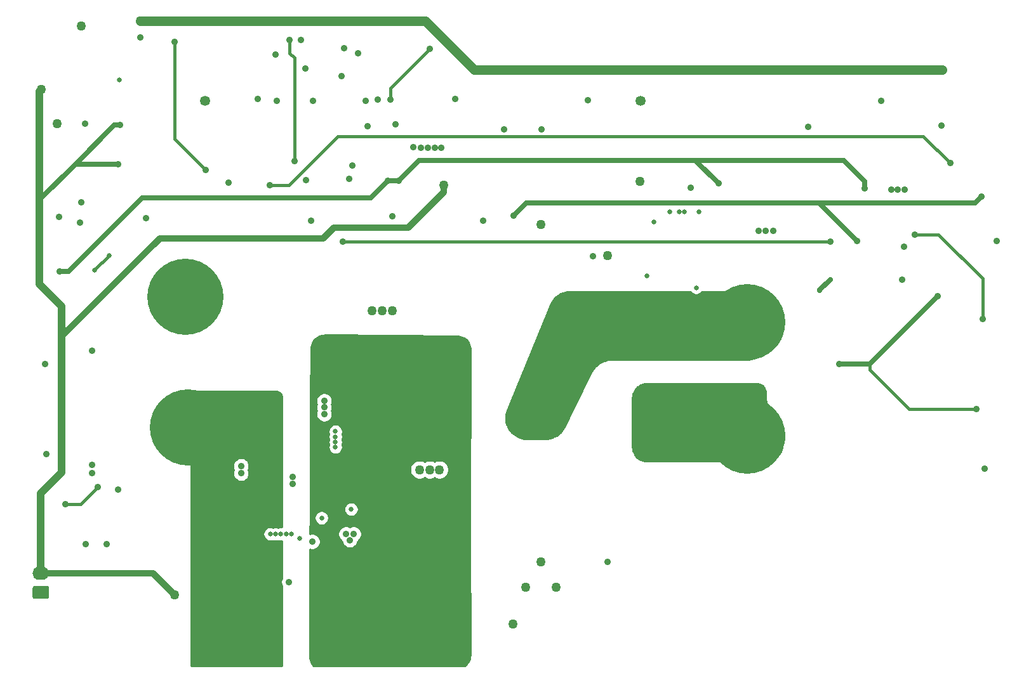
<source format=gbr>
G04 #@! TF.GenerationSoftware,KiCad,Pcbnew,(5.1.9)-1*
G04 #@! TF.CreationDate,2021-02-22T11:59:36-08:00*
G04 #@! TF.ProjectId,UnfolderBuffer,556e666f-6c64-4657-9242-75666665722e,rev?*
G04 #@! TF.SameCoordinates,Original*
G04 #@! TF.FileFunction,Copper,L4,Bot*
G04 #@! TF.FilePolarity,Positive*
%FSLAX46Y46*%
G04 Gerber Fmt 4.6, Leading zero omitted, Abs format (unit mm)*
G04 Created by KiCad (PCBNEW (5.1.9)-1) date 2021-02-22 11:59:36*
%MOMM*%
%LPD*%
G01*
G04 APERTURE LIST*
G04 #@! TA.AperFunction,ComponentPad*
%ADD10O,2.190000X1.740000*%
G04 #@! TD*
G04 #@! TA.AperFunction,ComponentPad*
%ADD11C,1.348000*%
G04 #@! TD*
G04 #@! TA.AperFunction,ComponentPad*
%ADD12C,10.160000*%
G04 #@! TD*
G04 #@! TA.AperFunction,ComponentPad*
%ADD13C,2.540000*%
G04 #@! TD*
G04 #@! TA.AperFunction,ViaPad*
%ADD14C,1.270000*%
G04 #@! TD*
G04 #@! TA.AperFunction,ViaPad*
%ADD15C,0.889000*%
G04 #@! TD*
G04 #@! TA.AperFunction,ViaPad*
%ADD16C,0.635000*%
G04 #@! TD*
G04 #@! TA.AperFunction,ViaPad*
%ADD17C,0.609600*%
G04 #@! TD*
G04 #@! TA.AperFunction,Conductor*
%ADD18C,0.990600*%
G04 #@! TD*
G04 #@! TA.AperFunction,Conductor*
%ADD19C,0.635000*%
G04 #@! TD*
G04 #@! TA.AperFunction,Conductor*
%ADD20C,0.863600*%
G04 #@! TD*
G04 #@! TA.AperFunction,Conductor*
%ADD21C,0.457200*%
G04 #@! TD*
G04 #@! TA.AperFunction,Conductor*
%ADD22C,1.270000*%
G04 #@! TD*
G04 #@! TA.AperFunction,Conductor*
%ADD23C,0.254000*%
G04 #@! TD*
G04 #@! TA.AperFunction,Conductor*
%ADD24C,0.100000*%
G04 #@! TD*
G04 APERTURE END LIST*
D10*
X3200000Y13040000D03*
G04 #@! TA.AperFunction,ComponentPad*
G36*
G01*
X4044442Y9630000D02*
X2355558Y9630000D01*
G75*
G02*
X2105000Y9880558I0J250558D01*
G01*
X2105000Y11119442D01*
G75*
G02*
X2355558Y11370000I250558J0D01*
G01*
X4044442Y11370000D01*
G75*
G02*
X4295000Y11119442I0J-250558D01*
G01*
X4295000Y9880558D01*
G75*
G02*
X4044442Y9630000I-250558J0D01*
G01*
G37*
G04 #@! TD.AperFunction*
D11*
X83180000Y76160000D03*
X25080000Y76160000D03*
D12*
X97450000Y46550000D03*
X97450000Y31450000D03*
X22500000Y50010000D03*
X22790000Y32570000D03*
D13*
X58700000Y3100000D03*
X54737600Y3100000D03*
X30481200Y3060000D03*
X26518800Y3060000D03*
D14*
X53000000Y19950000D03*
X53000000Y18650000D03*
X54400000Y18650000D03*
X43700000Y42100000D03*
X41100000Y42100000D03*
X42400000Y42100000D03*
X43700000Y43400000D03*
X41100000Y43400000D03*
X42400000Y43400000D03*
X55800000Y19950000D03*
X54400000Y19950000D03*
X55800000Y18650000D03*
X55050000Y26900000D03*
X53700000Y26900000D03*
X56350000Y26900000D03*
X47400000Y48150000D03*
X48750000Y48150000D03*
X50050000Y48150000D03*
D15*
X3750000Y41000000D03*
X10000000Y42800000D03*
D14*
X56960000Y64860000D03*
X21000000Y10200000D03*
D15*
X13500000Y67700000D03*
D14*
X3300000Y77700000D03*
D15*
X13800000Y72900000D03*
D16*
X36600000Y18300000D03*
X33800000Y18300000D03*
D15*
X52910000Y69920000D03*
X56600000Y69900000D03*
X55720000Y69910000D03*
X53880000Y69900000D03*
X54800000Y69900000D03*
X32130000Y76400000D03*
X38450000Y80450000D03*
X58469638Y76369638D03*
X70000000Y72300000D03*
X64950000Y72350000D03*
X76200000Y76200000D03*
X105500000Y72700000D03*
X115300000Y76100000D03*
X123300000Y72800000D03*
X116600000Y64300000D03*
X118400000Y64300000D03*
X117500000Y64300000D03*
X44900000Y18300000D03*
X44400000Y17500000D03*
X43900000Y18300000D03*
X10050000Y27550000D03*
X10050000Y26400000D03*
X9200000Y16950000D03*
X89900000Y64500000D03*
X98900000Y58800000D03*
X99900000Y58800000D03*
X100900000Y58800000D03*
D14*
X78819400Y55435414D03*
D16*
X85000000Y60000000D03*
D14*
X69929400Y14541420D03*
D15*
X8600000Y62600000D03*
X17200000Y60500000D03*
X8400000Y59900000D03*
X50100000Y60700000D03*
X62200000Y60100000D03*
X118320000Y56620000D03*
X130669000Y57431000D03*
X44300000Y65700000D03*
X118100000Y52300000D03*
D14*
X69859000Y59641000D03*
D16*
X87100000Y61350000D03*
X88332080Y61332080D03*
X89000000Y61300000D03*
X90948280Y61351720D03*
D15*
X37900000Y84300000D03*
X9100000Y73100000D03*
D14*
X5400000Y73100000D03*
D15*
X34700000Y76100000D03*
X5600000Y60600000D03*
D16*
X34500000Y18300000D03*
D15*
X39500000Y76100000D03*
X46530000Y76130000D03*
D14*
X8600000Y86100000D03*
D15*
X34500000Y82350000D03*
D16*
X35200000Y18300000D03*
X35900000Y18300000D03*
D15*
X39400000Y17300000D03*
X36300000Y11900000D03*
X28200000Y65200000D03*
X11950000Y16950000D03*
X3900000Y29000000D03*
X129100000Y27000000D03*
D16*
X13700000Y78900000D03*
D15*
X39250000Y60100000D03*
X13500000Y24250000D03*
X38580000Y65530000D03*
X46750000Y72750000D03*
X43330000Y79420000D03*
D14*
X66147800Y6247800D03*
D15*
X49500000Y65500000D03*
X5700000Y53400000D03*
X113090000Y64410000D03*
X93590000Y65090000D03*
X50900000Y65500000D03*
X112020000Y57450000D03*
X128670000Y63360000D03*
X66258823Y60841177D03*
D16*
X44600000Y21600000D03*
X40650000Y20450000D03*
D15*
X44750000Y67500000D03*
X45550000Y82450000D03*
X25160000Y66910000D03*
X21000000Y84050000D03*
D14*
X33200000Y36600000D03*
X33200000Y33700000D03*
X33200000Y35200000D03*
X34600000Y36600000D03*
X34600000Y35200000D03*
X34600000Y33700000D03*
X16500000Y86800000D03*
D15*
X64900000Y80300000D03*
X70500000Y80300000D03*
X76130000Y80270000D03*
X123400000Y80300000D03*
X114800000Y80300000D03*
X16500000Y84600000D03*
X78819400Y14541408D03*
X49800000Y76300000D03*
X55050000Y83100000D03*
X76800000Y55400000D03*
X50500000Y73000000D03*
D16*
X37700000Y17700000D03*
D15*
X48100000Y76300000D03*
X43650000Y83150000D03*
X6500000Y22300000D03*
X10800000Y24600000D03*
X108495000Y57300000D03*
X43500000Y57300000D03*
D14*
X71900000Y11200000D03*
X67900000Y11200000D03*
X83100000Y65400000D03*
D17*
X108484440Y52261840D03*
X107089980Y50852140D03*
D16*
X10392660Y53552660D03*
X12300000Y55500000D03*
D14*
X83300000Y35400000D03*
X83300000Y36800000D03*
D16*
X84000000Y52760920D03*
D14*
X83300000Y34000000D03*
X83300000Y32600000D03*
X84800000Y36800000D03*
X84800000Y35400000D03*
X84800000Y34000000D03*
X84800000Y32600000D03*
D16*
X90600000Y51200000D03*
D14*
X68200000Y33050000D03*
X69600000Y33050000D03*
X68200000Y36950000D03*
X68200000Y35650000D03*
X68200000Y34350000D03*
X69600000Y34350000D03*
X69600000Y36950000D03*
X69600000Y35650000D03*
D15*
X122850000Y50030000D03*
X109700000Y40960000D03*
X128000000Y35000000D03*
X36800000Y25900000D03*
D16*
X42500000Y31300000D03*
X42500000Y30600000D03*
X42500000Y29900000D03*
X42500000Y32000000D03*
D15*
X41000000Y36100000D03*
X41000000Y35200000D03*
X41000000Y34300000D03*
X36800000Y25000000D03*
X29900000Y27400000D03*
X29900000Y26400000D03*
X37000000Y68050000D03*
X36400000Y84300000D03*
X124500000Y67800000D03*
X33770000Y64870000D03*
X119800000Y58300000D03*
X128800000Y47000000D03*
D18*
X3000000Y77400000D02*
X3300000Y77700000D01*
D19*
X7800000Y67700000D02*
X3000000Y62900000D01*
X13500000Y67700000D02*
X7800000Y67700000D01*
D18*
X3000000Y62900000D02*
X3000000Y77400000D01*
X3000000Y13240000D02*
X3200000Y13040000D01*
D20*
X18160000Y13040000D02*
X19100000Y12100000D01*
X3200000Y13040000D02*
X18160000Y13040000D01*
X19100000Y12100000D02*
X21000000Y10200000D01*
D18*
X3200000Y23700000D02*
X3200000Y13040000D01*
X6000000Y26500000D02*
X3200000Y23700000D01*
X6000000Y44700000D02*
X6000000Y26500000D01*
X3000000Y53400000D02*
X3000000Y53900000D01*
X3000000Y62900000D02*
X3000000Y53900000D01*
X6000000Y44700000D02*
X6000000Y48700000D01*
X3000000Y51700000D02*
X3000000Y53900000D01*
X6000000Y48700000D02*
X3000000Y51700000D01*
D19*
X13000000Y72900000D02*
X13800000Y72900000D01*
X7800000Y67700000D02*
X13000000Y72900000D01*
D20*
X56960000Y63960000D02*
X56960000Y64860000D01*
X52200000Y59200000D02*
X56960000Y63960000D01*
X42250000Y59200000D02*
X52200000Y59200000D01*
X40850000Y57800000D02*
X42250000Y59200000D01*
X19100000Y57800000D02*
X40850000Y57800000D01*
X6000000Y44700000D02*
X19100000Y57800000D01*
D19*
X113090000Y64410000D02*
X113090000Y65410000D01*
X113090000Y65410000D02*
X111580000Y66920000D01*
X6940000Y53400000D02*
X15005201Y61465201D01*
X5700000Y53400000D02*
X6940000Y53400000D01*
X49500000Y65500000D02*
X50900000Y65500000D01*
X15005201Y61465201D02*
X15005201Y61505201D01*
X16700000Y63200000D02*
X47200000Y63200000D01*
X15005201Y61505201D02*
X16700000Y63200000D01*
X47200000Y63200000D02*
X49500000Y65500000D01*
X110300000Y68200000D02*
X110400000Y68100000D01*
X50900000Y65500000D02*
X53600000Y68200000D01*
X110400000Y68100000D02*
X111580000Y66920000D01*
X93590000Y65090000D02*
X90480000Y68200000D01*
X90250000Y68200000D02*
X110300000Y68200000D01*
X90480000Y68200000D02*
X90250000Y68200000D01*
X53600000Y68200000D02*
X90250000Y68200000D01*
X107985000Y61485000D02*
X112020000Y57450000D01*
X106970000Y62500000D02*
X107985000Y61485000D01*
X127810000Y62500000D02*
X127905000Y62595000D01*
X106970000Y62500000D02*
X127810000Y62500000D01*
X128670000Y63360000D02*
X127905000Y62595000D01*
X103000000Y62500000D02*
X106970000Y62500000D01*
X102986481Y62486481D02*
X103000000Y62500000D01*
X67986481Y62486481D02*
X102986481Y62486481D01*
X66258823Y60841177D02*
X67986481Y62486481D01*
D21*
X25160000Y66910000D02*
X21000000Y71070000D01*
X21000000Y71070000D02*
X21000000Y78950000D01*
X21000000Y78950000D02*
X21000000Y84050000D01*
D22*
X16500000Y86800000D02*
X21800000Y86800000D01*
X21800000Y86800000D02*
X38400000Y86800000D01*
X38400000Y86800000D02*
X54500000Y86800000D01*
X54500000Y86800000D02*
X61000000Y80300000D01*
X70500000Y80300000D02*
X123400000Y80300000D01*
X61000000Y80300000D02*
X70500000Y80300000D01*
D21*
X49800000Y76300000D02*
X49800000Y77850000D01*
X49800000Y77850000D02*
X55050000Y83100000D01*
X6500000Y22300000D02*
X8500000Y22300000D01*
X8500000Y22300000D02*
X9500000Y23300000D01*
X9500000Y23300000D02*
X10800000Y24600000D01*
X47700000Y57300000D02*
X108495000Y57300000D01*
X43500000Y57300000D02*
X47700000Y57300000D01*
D18*
X67900000Y11200000D02*
X67900000Y11200000D01*
D19*
X107089980Y50867380D02*
X108484440Y52261840D01*
X107089980Y50852140D02*
X107089980Y50867380D01*
D21*
X10392660Y53592660D02*
X12300000Y55500000D01*
D19*
X122850000Y50000000D02*
X122850000Y50030000D01*
X113780000Y40960000D02*
X122850000Y50030000D01*
X109700000Y40960000D02*
X113780000Y40960000D01*
D21*
X113780000Y40960000D02*
X113780000Y40220000D01*
X119000000Y35000000D02*
X128000000Y35000000D01*
X113780000Y40220000D02*
X119000000Y35000000D01*
X37000000Y68050000D02*
X37000000Y81900000D01*
X37000000Y81900000D02*
X36400000Y82500000D01*
X36400000Y84300000D02*
X36400000Y82500000D01*
X120900000Y71400000D02*
X124500000Y67800000D01*
X36270000Y64870000D02*
X42800000Y71400000D01*
X33770000Y64870000D02*
X36270000Y64870000D01*
X42800000Y71400000D02*
X120900000Y71400000D01*
X128800000Y52400000D02*
X128800000Y47000000D01*
X122900000Y58300000D02*
X128800000Y52400000D01*
X119800000Y58300000D02*
X122900000Y58300000D01*
D23*
X34670189Y37355624D02*
X34833850Y37305978D01*
X34984672Y37225362D01*
X35116870Y37116870D01*
X35225362Y36984672D01*
X35305978Y36833850D01*
X35355624Y36670189D01*
X35373000Y36493766D01*
X35373000Y19236749D01*
X35293813Y19252500D01*
X35106187Y19252500D01*
X34922166Y19215896D01*
X34850000Y19186004D01*
X34777834Y19215896D01*
X34593813Y19252500D01*
X34406187Y19252500D01*
X34222166Y19215896D01*
X34150000Y19186004D01*
X34077834Y19215896D01*
X33893813Y19252500D01*
X33706187Y19252500D01*
X33522166Y19215896D01*
X33348822Y19144095D01*
X33192816Y19039855D01*
X33060145Y18907184D01*
X32955905Y18751178D01*
X32884104Y18577834D01*
X32847500Y18393813D01*
X32847500Y18206187D01*
X32884104Y18022166D01*
X32955905Y17848822D01*
X33060145Y17692816D01*
X33192816Y17560145D01*
X33348822Y17455905D01*
X33522166Y17384104D01*
X33706187Y17347500D01*
X33893813Y17347500D01*
X34077834Y17384104D01*
X34150000Y17413996D01*
X34222166Y17384104D01*
X34406187Y17347500D01*
X34593813Y17347500D01*
X34777834Y17384104D01*
X34850000Y17413996D01*
X34922166Y17384104D01*
X35106187Y17347500D01*
X35293813Y17347500D01*
X35373000Y17363251D01*
X35373000Y12455694D01*
X35343360Y12411335D01*
X35261985Y12214878D01*
X35220500Y12006321D01*
X35220500Y11793679D01*
X35261985Y11585122D01*
X35343360Y11388665D01*
X35373000Y11344306D01*
X35373000Y1006234D01*
X35355624Y829811D01*
X35319280Y710000D01*
X23280720Y710000D01*
X23244376Y829811D01*
X23227000Y1006234D01*
X23227000Y27506321D01*
X28820500Y27506321D01*
X28820500Y27293679D01*
X28861985Y27085122D01*
X28938665Y26900000D01*
X28861985Y26714878D01*
X28820500Y26506321D01*
X28820500Y26293679D01*
X28861985Y26085122D01*
X28943360Y25888665D01*
X29061498Y25711859D01*
X29211859Y25561498D01*
X29388665Y25443360D01*
X29585122Y25361985D01*
X29793679Y25320500D01*
X30006321Y25320500D01*
X30214878Y25361985D01*
X30411335Y25443360D01*
X30588141Y25561498D01*
X30738502Y25711859D01*
X30856640Y25888665D01*
X30938015Y26085122D01*
X30979500Y26293679D01*
X30979500Y26506321D01*
X30938015Y26714878D01*
X30861335Y26900000D01*
X30938015Y27085122D01*
X30979500Y27293679D01*
X30979500Y27506321D01*
X30938015Y27714878D01*
X30856640Y27911335D01*
X30738502Y28088141D01*
X30588141Y28238502D01*
X30411335Y28356640D01*
X30214878Y28438015D01*
X30006321Y28479500D01*
X29793679Y28479500D01*
X29585122Y28438015D01*
X29388665Y28356640D01*
X29211859Y28238502D01*
X29061498Y28088141D01*
X28943360Y27911335D01*
X28861985Y27714878D01*
X28820500Y27506321D01*
X23227000Y27506321D01*
X23227000Y36493766D01*
X23244376Y36670189D01*
X23294022Y36833850D01*
X23374638Y36984672D01*
X23483130Y37116870D01*
X23615328Y37225362D01*
X23766150Y37305978D01*
X23929811Y37355624D01*
X24106234Y37373000D01*
X34493766Y37373000D01*
X34670189Y37355624D01*
G04 #@! TA.AperFunction,Conductor*
D24*
G36*
X34670189Y37355624D02*
G01*
X34833850Y37305978D01*
X34984672Y37225362D01*
X35116870Y37116870D01*
X35225362Y36984672D01*
X35305978Y36833850D01*
X35355624Y36670189D01*
X35373000Y36493766D01*
X35373000Y19236749D01*
X35293813Y19252500D01*
X35106187Y19252500D01*
X34922166Y19215896D01*
X34850000Y19186004D01*
X34777834Y19215896D01*
X34593813Y19252500D01*
X34406187Y19252500D01*
X34222166Y19215896D01*
X34150000Y19186004D01*
X34077834Y19215896D01*
X33893813Y19252500D01*
X33706187Y19252500D01*
X33522166Y19215896D01*
X33348822Y19144095D01*
X33192816Y19039855D01*
X33060145Y18907184D01*
X32955905Y18751178D01*
X32884104Y18577834D01*
X32847500Y18393813D01*
X32847500Y18206187D01*
X32884104Y18022166D01*
X32955905Y17848822D01*
X33060145Y17692816D01*
X33192816Y17560145D01*
X33348822Y17455905D01*
X33522166Y17384104D01*
X33706187Y17347500D01*
X33893813Y17347500D01*
X34077834Y17384104D01*
X34150000Y17413996D01*
X34222166Y17384104D01*
X34406187Y17347500D01*
X34593813Y17347500D01*
X34777834Y17384104D01*
X34850000Y17413996D01*
X34922166Y17384104D01*
X35106187Y17347500D01*
X35293813Y17347500D01*
X35373000Y17363251D01*
X35373000Y12455694D01*
X35343360Y12411335D01*
X35261985Y12214878D01*
X35220500Y12006321D01*
X35220500Y11793679D01*
X35261985Y11585122D01*
X35343360Y11388665D01*
X35373000Y11344306D01*
X35373000Y1006234D01*
X35355624Y829811D01*
X35319280Y710000D01*
X23280720Y710000D01*
X23244376Y829811D01*
X23227000Y1006234D01*
X23227000Y27506321D01*
X28820500Y27506321D01*
X28820500Y27293679D01*
X28861985Y27085122D01*
X28938665Y26900000D01*
X28861985Y26714878D01*
X28820500Y26506321D01*
X28820500Y26293679D01*
X28861985Y26085122D01*
X28943360Y25888665D01*
X29061498Y25711859D01*
X29211859Y25561498D01*
X29388665Y25443360D01*
X29585122Y25361985D01*
X29793679Y25320500D01*
X30006321Y25320500D01*
X30214878Y25361985D01*
X30411335Y25443360D01*
X30588141Y25561498D01*
X30738502Y25711859D01*
X30856640Y25888665D01*
X30938015Y26085122D01*
X30979500Y26293679D01*
X30979500Y26506321D01*
X30938015Y26714878D01*
X30861335Y26900000D01*
X30938015Y27085122D01*
X30979500Y27293679D01*
X30979500Y27506321D01*
X30938015Y27714878D01*
X30856640Y27911335D01*
X30738502Y28088141D01*
X30588141Y28238502D01*
X30411335Y28356640D01*
X30214878Y28438015D01*
X30006321Y28479500D01*
X29793679Y28479500D01*
X29585122Y28438015D01*
X29388665Y28356640D01*
X29211859Y28238502D01*
X29061498Y28088141D01*
X28943360Y27911335D01*
X28861985Y27714878D01*
X28820500Y27506321D01*
X23227000Y27506321D01*
X23227000Y36493766D01*
X23244376Y36670189D01*
X23294022Y36833850D01*
X23374638Y36984672D01*
X23483130Y37116870D01*
X23615328Y37225362D01*
X23766150Y37305978D01*
X23929811Y37355624D01*
X24106234Y37373000D01*
X34493766Y37373000D01*
X34670189Y37355624D01*
G37*
G04 #@! TD.AperFunction*
D23*
X97962204Y51303032D02*
X98315921Y51236373D01*
X98662317Y51124784D01*
X99815699Y50671670D01*
X100153483Y50513224D01*
X100464707Y50314993D01*
X100747960Y50078500D01*
X101001344Y49804641D01*
X101389010Y49327514D01*
X101571392Y49076806D01*
X101724320Y48811034D01*
X101848049Y48530478D01*
X101942200Y48235110D01*
X102195169Y47265395D01*
X102261664Y46931412D01*
X102288318Y46595646D01*
X102275490Y46259079D01*
X102222778Y45922620D01*
X102030921Y45040081D01*
X101937866Y44708267D01*
X101807608Y44393293D01*
X101640961Y44095961D01*
X101438050Y43817410D01*
X100986348Y43268914D01*
X100741293Y43006287D01*
X100468704Y42778431D01*
X100170081Y42585969D01*
X99846432Y42430126D01*
X98042987Y41695390D01*
X97871741Y41644258D01*
X97693858Y41627000D01*
X79415890Y41627000D01*
X79408827Y41626803D01*
X79075668Y41608246D01*
X79061630Y41606678D01*
X78732592Y41551238D01*
X78718815Y41548120D01*
X78397970Y41456483D01*
X78384624Y41451854D01*
X78075940Y41325152D01*
X78063191Y41319070D01*
X77770487Y41158872D01*
X77758492Y41151412D01*
X77485388Y40959699D01*
X77474296Y40950952D01*
X77224173Y40730096D01*
X77214121Y40720173D01*
X76990071Y40472906D01*
X76981183Y40461926D01*
X76785979Y40191307D01*
X76778365Y40179409D01*
X76614422Y39888786D01*
X76611123Y39882538D01*
X73037613Y32632931D01*
X72878881Y32351546D01*
X72691959Y32092408D01*
X72477401Y31855617D01*
X72237891Y31644132D01*
X71976359Y31460542D01*
X71696068Y31307138D01*
X71400474Y31185809D01*
X71093231Y31098057D01*
X70778137Y31044966D01*
X70455584Y31027000D01*
X68003652Y31027000D01*
X67680623Y31045627D01*
X67365460Y31100637D01*
X67058732Y31191502D01*
X66764467Y31317029D01*
X66486582Y31475548D01*
X66228767Y31664954D01*
X65994428Y31882743D01*
X65786680Y32126024D01*
X65608274Y32391568D01*
X65461570Y32675869D01*
X65348519Y32975144D01*
X65270621Y33285422D01*
X65228903Y33602611D01*
X65223921Y33922493D01*
X65255740Y34240810D01*
X65323943Y34553380D01*
X65428805Y34859495D01*
X71154280Y48882502D01*
X71302686Y49192262D01*
X71484592Y49479140D01*
X71699103Y49742555D01*
X71943191Y49978793D01*
X72213473Y50184578D01*
X72506147Y50357016D01*
X72817134Y50493701D01*
X73142083Y50592723D01*
X73476438Y50652693D01*
X73819306Y50673000D01*
X89806568Y50673000D01*
X89860145Y50592816D01*
X89992816Y50460145D01*
X90148822Y50355905D01*
X90322166Y50284104D01*
X90506187Y50247500D01*
X90693813Y50247500D01*
X90877834Y50284104D01*
X91051178Y50355905D01*
X91207184Y50460145D01*
X91339855Y50592816D01*
X91393432Y50673000D01*
X94319142Y50673000D01*
X94327155Y50673253D01*
X94704980Y50697140D01*
X94720879Y50699158D01*
X95092688Y50770439D01*
X95100511Y50772197D01*
X96886335Y51233055D01*
X97243732Y51301740D01*
X97602922Y51324935D01*
X97962204Y51303032D01*
G04 #@! TA.AperFunction,Conductor*
D24*
G36*
X97962204Y51303032D02*
G01*
X98315921Y51236373D01*
X98662317Y51124784D01*
X99815699Y50671670D01*
X100153483Y50513224D01*
X100464707Y50314993D01*
X100747960Y50078500D01*
X101001344Y49804641D01*
X101389010Y49327514D01*
X101571392Y49076806D01*
X101724320Y48811034D01*
X101848049Y48530478D01*
X101942200Y48235110D01*
X102195169Y47265395D01*
X102261664Y46931412D01*
X102288318Y46595646D01*
X102275490Y46259079D01*
X102222778Y45922620D01*
X102030921Y45040081D01*
X101937866Y44708267D01*
X101807608Y44393293D01*
X101640961Y44095961D01*
X101438050Y43817410D01*
X100986348Y43268914D01*
X100741293Y43006287D01*
X100468704Y42778431D01*
X100170081Y42585969D01*
X99846432Y42430126D01*
X98042987Y41695390D01*
X97871741Y41644258D01*
X97693858Y41627000D01*
X79415890Y41627000D01*
X79408827Y41626803D01*
X79075668Y41608246D01*
X79061630Y41606678D01*
X78732592Y41551238D01*
X78718815Y41548120D01*
X78397970Y41456483D01*
X78384624Y41451854D01*
X78075940Y41325152D01*
X78063191Y41319070D01*
X77770487Y41158872D01*
X77758492Y41151412D01*
X77485388Y40959699D01*
X77474296Y40950952D01*
X77224173Y40730096D01*
X77214121Y40720173D01*
X76990071Y40472906D01*
X76981183Y40461926D01*
X76785979Y40191307D01*
X76778365Y40179409D01*
X76614422Y39888786D01*
X76611123Y39882538D01*
X73037613Y32632931D01*
X72878881Y32351546D01*
X72691959Y32092408D01*
X72477401Y31855617D01*
X72237891Y31644132D01*
X71976359Y31460542D01*
X71696068Y31307138D01*
X71400474Y31185809D01*
X71093231Y31098057D01*
X70778137Y31044966D01*
X70455584Y31027000D01*
X68003652Y31027000D01*
X67680623Y31045627D01*
X67365460Y31100637D01*
X67058732Y31191502D01*
X66764467Y31317029D01*
X66486582Y31475548D01*
X66228767Y31664954D01*
X65994428Y31882743D01*
X65786680Y32126024D01*
X65608274Y32391568D01*
X65461570Y32675869D01*
X65348519Y32975144D01*
X65270621Y33285422D01*
X65228903Y33602611D01*
X65223921Y33922493D01*
X65255740Y34240810D01*
X65323943Y34553380D01*
X65428805Y34859495D01*
X71154280Y48882502D01*
X71302686Y49192262D01*
X71484592Y49479140D01*
X71699103Y49742555D01*
X71943191Y49978793D01*
X72213473Y50184578D01*
X72506147Y50357016D01*
X72817134Y50493701D01*
X73142083Y50592723D01*
X73476438Y50652693D01*
X73819306Y50673000D01*
X89806568Y50673000D01*
X89860145Y50592816D01*
X89992816Y50460145D01*
X90148822Y50355905D01*
X90322166Y50284104D01*
X90506187Y50247500D01*
X90693813Y50247500D01*
X90877834Y50284104D01*
X91051178Y50355905D01*
X91207184Y50460145D01*
X91339855Y50592816D01*
X91393432Y50673000D01*
X94319142Y50673000D01*
X94327155Y50673253D01*
X94704980Y50697140D01*
X94720879Y50699158D01*
X95092688Y50770439D01*
X95100511Y50772197D01*
X96886335Y51233055D01*
X97243732Y51301740D01*
X97602922Y51324935D01*
X97962204Y51303032D01*
G37*
G04 #@! TD.AperFunction*
D23*
X98862287Y38353941D02*
X99068126Y38298787D01*
X99261260Y38208727D01*
X99435813Y38086504D01*
X99586504Y37935813D01*
X99708727Y37761260D01*
X99798787Y37568126D01*
X99853941Y37362287D01*
X99873000Y37144452D01*
X99873000Y36528539D01*
X99873310Y36519673D01*
X99892803Y36241117D01*
X99895272Y36223558D01*
X99953372Y35950433D01*
X99958264Y35933390D01*
X100053838Y35671018D01*
X100061055Y35654821D01*
X100192240Y35408319D01*
X100201642Y35393287D01*
X100365880Y35167457D01*
X100371345Y35160469D01*
X101676993Y33606127D01*
X101857145Y33352065D01*
X101991196Y33076725D01*
X102080063Y32778225D01*
X102290272Y31779736D01*
X102326116Y31525401D01*
X102327393Y31272853D01*
X102294116Y31018161D01*
X102069020Y29892679D01*
X101989269Y29609664D01*
X101868948Y29346767D01*
X101706877Y29101416D01*
X100935056Y28109076D01*
X100767660Y27920967D01*
X100580096Y27759330D01*
X100372845Y27623850D01*
X100145750Y27515083D01*
X98385693Y26811061D01*
X98114371Y26725422D01*
X97838005Y26681899D01*
X97558248Y26680033D01*
X97281328Y26719869D01*
X97008882Y26801884D01*
X94192193Y27885226D01*
X94184859Y27887792D01*
X93951591Y27961481D01*
X93936520Y27965246D01*
X93696002Y28009905D01*
X93680584Y28011801D01*
X93436412Y28026762D01*
X93428645Y28027000D01*
X84004530Y28027000D01*
X83733496Y28046385D01*
X83472407Y28103181D01*
X83222060Y28196556D01*
X82987555Y28324605D01*
X82773662Y28484724D01*
X82584724Y28673662D01*
X82424605Y28887555D01*
X82296556Y29122060D01*
X82203181Y29372407D01*
X82146385Y29633496D01*
X82127000Y29904530D01*
X82127000Y36495470D01*
X82146385Y36766504D01*
X82203181Y37027593D01*
X82296556Y37277940D01*
X82424605Y37512445D01*
X82584724Y37726338D01*
X82773662Y37915276D01*
X82987555Y38075395D01*
X83222060Y38203444D01*
X83472407Y38296819D01*
X83733496Y38353615D01*
X84004530Y38373000D01*
X98644452Y38373000D01*
X98862287Y38353941D01*
G04 #@! TA.AperFunction,Conductor*
D24*
G36*
X98862287Y38353941D02*
G01*
X99068126Y38298787D01*
X99261260Y38208727D01*
X99435813Y38086504D01*
X99586504Y37935813D01*
X99708727Y37761260D01*
X99798787Y37568126D01*
X99853941Y37362287D01*
X99873000Y37144452D01*
X99873000Y36528539D01*
X99873310Y36519673D01*
X99892803Y36241117D01*
X99895272Y36223558D01*
X99953372Y35950433D01*
X99958264Y35933390D01*
X100053838Y35671018D01*
X100061055Y35654821D01*
X100192240Y35408319D01*
X100201642Y35393287D01*
X100365880Y35167457D01*
X100371345Y35160469D01*
X101676993Y33606127D01*
X101857145Y33352065D01*
X101991196Y33076725D01*
X102080063Y32778225D01*
X102290272Y31779736D01*
X102326116Y31525401D01*
X102327393Y31272853D01*
X102294116Y31018161D01*
X102069020Y29892679D01*
X101989269Y29609664D01*
X101868948Y29346767D01*
X101706877Y29101416D01*
X100935056Y28109076D01*
X100767660Y27920967D01*
X100580096Y27759330D01*
X100372845Y27623850D01*
X100145750Y27515083D01*
X98385693Y26811061D01*
X98114371Y26725422D01*
X97838005Y26681899D01*
X97558248Y26680033D01*
X97281328Y26719869D01*
X97008882Y26801884D01*
X94192193Y27885226D01*
X94184859Y27887792D01*
X93951591Y27961481D01*
X93936520Y27965246D01*
X93696002Y28009905D01*
X93680584Y28011801D01*
X93436412Y28026762D01*
X93428645Y28027000D01*
X84004530Y28027000D01*
X83733496Y28046385D01*
X83472407Y28103181D01*
X83222060Y28196556D01*
X82987555Y28324605D01*
X82773662Y28484724D01*
X82584724Y28673662D01*
X82424605Y28887555D01*
X82296556Y29122060D01*
X82203181Y29372407D01*
X82146385Y29633496D01*
X82127000Y29904530D01*
X82127000Y36495470D01*
X82146385Y36766504D01*
X82203181Y37027593D01*
X82296556Y37277940D01*
X82424605Y37512445D01*
X82584724Y37726338D01*
X82773662Y37915276D01*
X82987555Y38075395D01*
X83222060Y38203444D01*
X83472407Y38296819D01*
X83733496Y38353615D01*
X84004530Y38373000D01*
X98644452Y38373000D01*
X98862287Y38353941D01*
G37*
G04 #@! TD.AperFunction*
D23*
X58637764Y44747811D02*
X58908053Y44726783D01*
X59168199Y44668580D01*
X59417440Y44574031D01*
X59650723Y44445056D01*
X59863345Y44284253D01*
X60050973Y44094897D01*
X60209811Y43880823D01*
X60336649Y43646357D01*
X60428910Y43396259D01*
X60484725Y43135594D01*
X60503273Y42865136D01*
X60437227Y18943007D01*
X60437227Y18942710D01*
X60437223Y18933368D01*
X60437223Y18933071D01*
X60469199Y2189694D01*
X60450510Y1919880D01*
X60394732Y1659835D01*
X60302685Y1410329D01*
X60176218Y1176373D01*
X60017885Y962690D01*
X59830878Y773591D01*
X59747024Y710000D01*
X39581717Y710000D01*
X39501764Y789550D01*
X39340000Y1005053D01*
X39210834Y1241550D01*
X39116953Y1494124D01*
X39060291Y1757556D01*
X39041714Y2030979D01*
X39100997Y16258827D01*
X39293679Y16220500D01*
X39506321Y16220500D01*
X39714878Y16261985D01*
X39911335Y16343360D01*
X40088141Y16461498D01*
X40238502Y16611859D01*
X40356640Y16788665D01*
X40438015Y16985122D01*
X40479500Y17193679D01*
X40479500Y17406321D01*
X40438015Y17614878D01*
X40356640Y17811335D01*
X40238502Y17988141D01*
X40088141Y18138502D01*
X39911335Y18256640D01*
X39714878Y18338015D01*
X39506321Y18379500D01*
X39293679Y18379500D01*
X39109680Y18342900D01*
X39109944Y18406321D01*
X42820500Y18406321D01*
X42820500Y18193679D01*
X42861985Y17985122D01*
X42943360Y17788665D01*
X43061498Y17611859D01*
X43211859Y17461498D01*
X43321595Y17388175D01*
X43361985Y17185122D01*
X43443360Y16988665D01*
X43561498Y16811859D01*
X43711859Y16661498D01*
X43888665Y16543360D01*
X44085122Y16461985D01*
X44293679Y16420500D01*
X44506321Y16420500D01*
X44714878Y16461985D01*
X44911335Y16543360D01*
X45088141Y16661498D01*
X45238502Y16811859D01*
X45356640Y16988665D01*
X45438015Y17185122D01*
X45478405Y17388175D01*
X45588141Y17461498D01*
X45738502Y17611859D01*
X45856640Y17788665D01*
X45938015Y17985122D01*
X45979500Y18193679D01*
X45979500Y18406321D01*
X45938015Y18614878D01*
X45856640Y18811335D01*
X45738502Y18988141D01*
X45588141Y19138502D01*
X45411335Y19256640D01*
X45214878Y19338015D01*
X45006321Y19379500D01*
X44793679Y19379500D01*
X44585122Y19338015D01*
X44400000Y19261335D01*
X44214878Y19338015D01*
X44006321Y19379500D01*
X43793679Y19379500D01*
X43585122Y19338015D01*
X43388665Y19256640D01*
X43211859Y19138502D01*
X43061498Y18988141D01*
X42943360Y18811335D01*
X42861985Y18614878D01*
X42820500Y18406321D01*
X39109944Y18406321D01*
X39118850Y20543813D01*
X39697500Y20543813D01*
X39697500Y20356187D01*
X39734104Y20172166D01*
X39805905Y19998822D01*
X39910145Y19842816D01*
X40042816Y19710145D01*
X40198822Y19605905D01*
X40372166Y19534104D01*
X40556187Y19497500D01*
X40743813Y19497500D01*
X40927834Y19534104D01*
X41101178Y19605905D01*
X41257184Y19710145D01*
X41389855Y19842816D01*
X41494095Y19998822D01*
X41565896Y20172166D01*
X41602500Y20356187D01*
X41602500Y20543813D01*
X41565896Y20727834D01*
X41494095Y20901178D01*
X41389855Y21057184D01*
X41257184Y21189855D01*
X41101178Y21294095D01*
X40927834Y21365896D01*
X40743813Y21402500D01*
X40556187Y21402500D01*
X40372166Y21365896D01*
X40198822Y21294095D01*
X40042816Y21189855D01*
X39910145Y21057184D01*
X39805905Y20901178D01*
X39734104Y20727834D01*
X39697500Y20543813D01*
X39118850Y20543813D01*
X39123641Y21693813D01*
X43647500Y21693813D01*
X43647500Y21506187D01*
X43684104Y21322166D01*
X43755905Y21148822D01*
X43860145Y20992816D01*
X43992816Y20860145D01*
X44148822Y20755905D01*
X44322166Y20684104D01*
X44506187Y20647500D01*
X44693813Y20647500D01*
X44877834Y20684104D01*
X45051178Y20755905D01*
X45207184Y20860145D01*
X45339855Y20992816D01*
X45444095Y21148822D01*
X45515896Y21322166D01*
X45552500Y21506187D01*
X45552500Y21693813D01*
X45515896Y21877834D01*
X45444095Y22051178D01*
X45339855Y22207184D01*
X45207184Y22339855D01*
X45051178Y22444095D01*
X44877834Y22515896D01*
X44693813Y22552500D01*
X44506187Y22552500D01*
X44322166Y22515896D01*
X44148822Y22444095D01*
X43992816Y22339855D01*
X43860145Y22207184D01*
X43755905Y22051178D01*
X43684104Y21877834D01*
X43647500Y21693813D01*
X39123641Y21693813D01*
X39145854Y27025084D01*
X52430000Y27025084D01*
X52430000Y26774916D01*
X52478805Y26529555D01*
X52574541Y26298429D01*
X52713527Y26090422D01*
X52890422Y25913527D01*
X53098429Y25774541D01*
X53329555Y25678805D01*
X53574916Y25630000D01*
X53825084Y25630000D01*
X54070445Y25678805D01*
X54301571Y25774541D01*
X54375000Y25823605D01*
X54448429Y25774541D01*
X54679555Y25678805D01*
X54924916Y25630000D01*
X55175084Y25630000D01*
X55420445Y25678805D01*
X55651571Y25774541D01*
X55700000Y25806900D01*
X55748429Y25774541D01*
X55979555Y25678805D01*
X56224916Y25630000D01*
X56475084Y25630000D01*
X56720445Y25678805D01*
X56951571Y25774541D01*
X57159578Y25913527D01*
X57336473Y26090422D01*
X57475459Y26298429D01*
X57571195Y26529555D01*
X57620000Y26774916D01*
X57620000Y27025084D01*
X57571195Y27270445D01*
X57475459Y27501571D01*
X57336473Y27709578D01*
X57159578Y27886473D01*
X56951571Y28025459D01*
X56720445Y28121195D01*
X56475084Y28170000D01*
X56224916Y28170000D01*
X55979555Y28121195D01*
X55748429Y28025459D01*
X55700000Y27993100D01*
X55651571Y28025459D01*
X55420445Y28121195D01*
X55175084Y28170000D01*
X54924916Y28170000D01*
X54679555Y28121195D01*
X54448429Y28025459D01*
X54375000Y27976395D01*
X54301571Y28025459D01*
X54070445Y28121195D01*
X53825084Y28170000D01*
X53574916Y28170000D01*
X53329555Y28121195D01*
X53098429Y28025459D01*
X52890422Y27886473D01*
X52713527Y27709578D01*
X52574541Y27501571D01*
X52478805Y27270445D01*
X52430000Y27025084D01*
X39145854Y27025084D01*
X39166974Y32093813D01*
X41547500Y32093813D01*
X41547500Y31906187D01*
X41584104Y31722166D01*
X41613996Y31650000D01*
X41584104Y31577834D01*
X41547500Y31393813D01*
X41547500Y31206187D01*
X41584104Y31022166D01*
X41613996Y30950000D01*
X41584104Y30877834D01*
X41547500Y30693813D01*
X41547500Y30506187D01*
X41584104Y30322166D01*
X41613996Y30250000D01*
X41584104Y30177834D01*
X41547500Y29993813D01*
X41547500Y29806187D01*
X41584104Y29622166D01*
X41655905Y29448822D01*
X41760145Y29292816D01*
X41892816Y29160145D01*
X42048822Y29055905D01*
X42222166Y28984104D01*
X42406187Y28947500D01*
X42593813Y28947500D01*
X42777834Y28984104D01*
X42951178Y29055905D01*
X43107184Y29160145D01*
X43239855Y29292816D01*
X43344095Y29448822D01*
X43415896Y29622166D01*
X43452500Y29806187D01*
X43452500Y29993813D01*
X43415896Y30177834D01*
X43386004Y30250000D01*
X43415896Y30322166D01*
X43452500Y30506187D01*
X43452500Y30693813D01*
X43415896Y30877834D01*
X43386004Y30950000D01*
X43415896Y31022166D01*
X43452500Y31206187D01*
X43452500Y31393813D01*
X43415896Y31577834D01*
X43386004Y31650000D01*
X43415896Y31722166D01*
X43452500Y31906187D01*
X43452500Y32093813D01*
X43415896Y32277834D01*
X43344095Y32451178D01*
X43239855Y32607184D01*
X43107184Y32739855D01*
X42951178Y32844095D01*
X42777834Y32915896D01*
X42593813Y32952500D01*
X42406187Y32952500D01*
X42222166Y32915896D01*
X42048822Y32844095D01*
X41892816Y32739855D01*
X41760145Y32607184D01*
X41655905Y32451178D01*
X41584104Y32277834D01*
X41547500Y32093813D01*
X39166974Y32093813D01*
X39184110Y36206321D01*
X39920500Y36206321D01*
X39920500Y35993679D01*
X39961985Y35785122D01*
X40017954Y35650000D01*
X39961985Y35514878D01*
X39920500Y35306321D01*
X39920500Y35093679D01*
X39961985Y34885122D01*
X40017954Y34750000D01*
X39961985Y34614878D01*
X39920500Y34406321D01*
X39920500Y34193679D01*
X39961985Y33985122D01*
X40043360Y33788665D01*
X40161498Y33611859D01*
X40311859Y33461498D01*
X40488665Y33343360D01*
X40685122Y33261985D01*
X40893679Y33220500D01*
X41106321Y33220500D01*
X41314878Y33261985D01*
X41511335Y33343360D01*
X41688141Y33461498D01*
X41838502Y33611859D01*
X41956640Y33788665D01*
X42038015Y33985122D01*
X42079500Y34193679D01*
X42079500Y34406321D01*
X42038015Y34614878D01*
X41982046Y34750000D01*
X42038015Y34885122D01*
X42079500Y35093679D01*
X42079500Y35306321D01*
X42038015Y35514878D01*
X41982046Y35650000D01*
X42038015Y35785122D01*
X42079500Y35993679D01*
X42079500Y36206321D01*
X42038015Y36414878D01*
X41956640Y36611335D01*
X41838502Y36788141D01*
X41688141Y36938502D01*
X41511335Y37056640D01*
X41314878Y37138015D01*
X41106321Y37179500D01*
X40893679Y37179500D01*
X40685122Y37138015D01*
X40488665Y37056640D01*
X40311859Y36938502D01*
X40161498Y36788141D01*
X40043360Y36611335D01*
X39961985Y36414878D01*
X39920500Y36206321D01*
X39184110Y36206321D01*
X39212378Y42990459D01*
X39232950Y43261811D01*
X39290995Y43523008D01*
X39385672Y43773268D01*
X39515048Y44007479D01*
X39676488Y44220868D01*
X39866680Y44409059D01*
X40081760Y44568232D01*
X40317331Y44695128D01*
X40568572Y44787152D01*
X40830372Y44842433D01*
X41101925Y44860135D01*
X58637764Y44747811D01*
G04 #@! TA.AperFunction,Conductor*
D24*
G36*
X58637764Y44747811D02*
G01*
X58908053Y44726783D01*
X59168199Y44668580D01*
X59417440Y44574031D01*
X59650723Y44445056D01*
X59863345Y44284253D01*
X60050973Y44094897D01*
X60209811Y43880823D01*
X60336649Y43646357D01*
X60428910Y43396259D01*
X60484725Y43135594D01*
X60503273Y42865136D01*
X60437227Y18943007D01*
X60437227Y18942710D01*
X60437223Y18933368D01*
X60437223Y18933071D01*
X60469199Y2189694D01*
X60450510Y1919880D01*
X60394732Y1659835D01*
X60302685Y1410329D01*
X60176218Y1176373D01*
X60017885Y962690D01*
X59830878Y773591D01*
X59747024Y710000D01*
X39581717Y710000D01*
X39501764Y789550D01*
X39340000Y1005053D01*
X39210834Y1241550D01*
X39116953Y1494124D01*
X39060291Y1757556D01*
X39041714Y2030979D01*
X39100997Y16258827D01*
X39293679Y16220500D01*
X39506321Y16220500D01*
X39714878Y16261985D01*
X39911335Y16343360D01*
X40088141Y16461498D01*
X40238502Y16611859D01*
X40356640Y16788665D01*
X40438015Y16985122D01*
X40479500Y17193679D01*
X40479500Y17406321D01*
X40438015Y17614878D01*
X40356640Y17811335D01*
X40238502Y17988141D01*
X40088141Y18138502D01*
X39911335Y18256640D01*
X39714878Y18338015D01*
X39506321Y18379500D01*
X39293679Y18379500D01*
X39109680Y18342900D01*
X39109944Y18406321D01*
X42820500Y18406321D01*
X42820500Y18193679D01*
X42861985Y17985122D01*
X42943360Y17788665D01*
X43061498Y17611859D01*
X43211859Y17461498D01*
X43321595Y17388175D01*
X43361985Y17185122D01*
X43443360Y16988665D01*
X43561498Y16811859D01*
X43711859Y16661498D01*
X43888665Y16543360D01*
X44085122Y16461985D01*
X44293679Y16420500D01*
X44506321Y16420500D01*
X44714878Y16461985D01*
X44911335Y16543360D01*
X45088141Y16661498D01*
X45238502Y16811859D01*
X45356640Y16988665D01*
X45438015Y17185122D01*
X45478405Y17388175D01*
X45588141Y17461498D01*
X45738502Y17611859D01*
X45856640Y17788665D01*
X45938015Y17985122D01*
X45979500Y18193679D01*
X45979500Y18406321D01*
X45938015Y18614878D01*
X45856640Y18811335D01*
X45738502Y18988141D01*
X45588141Y19138502D01*
X45411335Y19256640D01*
X45214878Y19338015D01*
X45006321Y19379500D01*
X44793679Y19379500D01*
X44585122Y19338015D01*
X44400000Y19261335D01*
X44214878Y19338015D01*
X44006321Y19379500D01*
X43793679Y19379500D01*
X43585122Y19338015D01*
X43388665Y19256640D01*
X43211859Y19138502D01*
X43061498Y18988141D01*
X42943360Y18811335D01*
X42861985Y18614878D01*
X42820500Y18406321D01*
X39109944Y18406321D01*
X39118850Y20543813D01*
X39697500Y20543813D01*
X39697500Y20356187D01*
X39734104Y20172166D01*
X39805905Y19998822D01*
X39910145Y19842816D01*
X40042816Y19710145D01*
X40198822Y19605905D01*
X40372166Y19534104D01*
X40556187Y19497500D01*
X40743813Y19497500D01*
X40927834Y19534104D01*
X41101178Y19605905D01*
X41257184Y19710145D01*
X41389855Y19842816D01*
X41494095Y19998822D01*
X41565896Y20172166D01*
X41602500Y20356187D01*
X41602500Y20543813D01*
X41565896Y20727834D01*
X41494095Y20901178D01*
X41389855Y21057184D01*
X41257184Y21189855D01*
X41101178Y21294095D01*
X40927834Y21365896D01*
X40743813Y21402500D01*
X40556187Y21402500D01*
X40372166Y21365896D01*
X40198822Y21294095D01*
X40042816Y21189855D01*
X39910145Y21057184D01*
X39805905Y20901178D01*
X39734104Y20727834D01*
X39697500Y20543813D01*
X39118850Y20543813D01*
X39123641Y21693813D01*
X43647500Y21693813D01*
X43647500Y21506187D01*
X43684104Y21322166D01*
X43755905Y21148822D01*
X43860145Y20992816D01*
X43992816Y20860145D01*
X44148822Y20755905D01*
X44322166Y20684104D01*
X44506187Y20647500D01*
X44693813Y20647500D01*
X44877834Y20684104D01*
X45051178Y20755905D01*
X45207184Y20860145D01*
X45339855Y20992816D01*
X45444095Y21148822D01*
X45515896Y21322166D01*
X45552500Y21506187D01*
X45552500Y21693813D01*
X45515896Y21877834D01*
X45444095Y22051178D01*
X45339855Y22207184D01*
X45207184Y22339855D01*
X45051178Y22444095D01*
X44877834Y22515896D01*
X44693813Y22552500D01*
X44506187Y22552500D01*
X44322166Y22515896D01*
X44148822Y22444095D01*
X43992816Y22339855D01*
X43860145Y22207184D01*
X43755905Y22051178D01*
X43684104Y21877834D01*
X43647500Y21693813D01*
X39123641Y21693813D01*
X39145854Y27025084D01*
X52430000Y27025084D01*
X52430000Y26774916D01*
X52478805Y26529555D01*
X52574541Y26298429D01*
X52713527Y26090422D01*
X52890422Y25913527D01*
X53098429Y25774541D01*
X53329555Y25678805D01*
X53574916Y25630000D01*
X53825084Y25630000D01*
X54070445Y25678805D01*
X54301571Y25774541D01*
X54375000Y25823605D01*
X54448429Y25774541D01*
X54679555Y25678805D01*
X54924916Y25630000D01*
X55175084Y25630000D01*
X55420445Y25678805D01*
X55651571Y25774541D01*
X55700000Y25806900D01*
X55748429Y25774541D01*
X55979555Y25678805D01*
X56224916Y25630000D01*
X56475084Y25630000D01*
X56720445Y25678805D01*
X56951571Y25774541D01*
X57159578Y25913527D01*
X57336473Y26090422D01*
X57475459Y26298429D01*
X57571195Y26529555D01*
X57620000Y26774916D01*
X57620000Y27025084D01*
X57571195Y27270445D01*
X57475459Y27501571D01*
X57336473Y27709578D01*
X57159578Y27886473D01*
X56951571Y28025459D01*
X56720445Y28121195D01*
X56475084Y28170000D01*
X56224916Y28170000D01*
X55979555Y28121195D01*
X55748429Y28025459D01*
X55700000Y27993100D01*
X55651571Y28025459D01*
X55420445Y28121195D01*
X55175084Y28170000D01*
X54924916Y28170000D01*
X54679555Y28121195D01*
X54448429Y28025459D01*
X54375000Y27976395D01*
X54301571Y28025459D01*
X54070445Y28121195D01*
X53825084Y28170000D01*
X53574916Y28170000D01*
X53329555Y28121195D01*
X53098429Y28025459D01*
X52890422Y27886473D01*
X52713527Y27709578D01*
X52574541Y27501571D01*
X52478805Y27270445D01*
X52430000Y27025084D01*
X39145854Y27025084D01*
X39166974Y32093813D01*
X41547500Y32093813D01*
X41547500Y31906187D01*
X41584104Y31722166D01*
X41613996Y31650000D01*
X41584104Y31577834D01*
X41547500Y31393813D01*
X41547500Y31206187D01*
X41584104Y31022166D01*
X41613996Y30950000D01*
X41584104Y30877834D01*
X41547500Y30693813D01*
X41547500Y30506187D01*
X41584104Y30322166D01*
X41613996Y30250000D01*
X41584104Y30177834D01*
X41547500Y29993813D01*
X41547500Y29806187D01*
X41584104Y29622166D01*
X41655905Y29448822D01*
X41760145Y29292816D01*
X41892816Y29160145D01*
X42048822Y29055905D01*
X42222166Y28984104D01*
X42406187Y28947500D01*
X42593813Y28947500D01*
X42777834Y28984104D01*
X42951178Y29055905D01*
X43107184Y29160145D01*
X43239855Y29292816D01*
X43344095Y29448822D01*
X43415896Y29622166D01*
X43452500Y29806187D01*
X43452500Y29993813D01*
X43415896Y30177834D01*
X43386004Y30250000D01*
X43415896Y30322166D01*
X43452500Y30506187D01*
X43452500Y30693813D01*
X43415896Y30877834D01*
X43386004Y30950000D01*
X43415896Y31022166D01*
X43452500Y31206187D01*
X43452500Y31393813D01*
X43415896Y31577834D01*
X43386004Y31650000D01*
X43415896Y31722166D01*
X43452500Y31906187D01*
X43452500Y32093813D01*
X43415896Y32277834D01*
X43344095Y32451178D01*
X43239855Y32607184D01*
X43107184Y32739855D01*
X42951178Y32844095D01*
X42777834Y32915896D01*
X42593813Y32952500D01*
X42406187Y32952500D01*
X42222166Y32915896D01*
X42048822Y32844095D01*
X41892816Y32739855D01*
X41760145Y32607184D01*
X41655905Y32451178D01*
X41584104Y32277834D01*
X41547500Y32093813D01*
X39166974Y32093813D01*
X39184110Y36206321D01*
X39920500Y36206321D01*
X39920500Y35993679D01*
X39961985Y35785122D01*
X40017954Y35650000D01*
X39961985Y35514878D01*
X39920500Y35306321D01*
X39920500Y35093679D01*
X39961985Y34885122D01*
X40017954Y34750000D01*
X39961985Y34614878D01*
X39920500Y34406321D01*
X39920500Y34193679D01*
X39961985Y33985122D01*
X40043360Y33788665D01*
X40161498Y33611859D01*
X40311859Y33461498D01*
X40488665Y33343360D01*
X40685122Y33261985D01*
X40893679Y33220500D01*
X41106321Y33220500D01*
X41314878Y33261985D01*
X41511335Y33343360D01*
X41688141Y33461498D01*
X41838502Y33611859D01*
X41956640Y33788665D01*
X42038015Y33985122D01*
X42079500Y34193679D01*
X42079500Y34406321D01*
X42038015Y34614878D01*
X41982046Y34750000D01*
X42038015Y34885122D01*
X42079500Y35093679D01*
X42079500Y35306321D01*
X42038015Y35514878D01*
X41982046Y35650000D01*
X42038015Y35785122D01*
X42079500Y35993679D01*
X42079500Y36206321D01*
X42038015Y36414878D01*
X41956640Y36611335D01*
X41838502Y36788141D01*
X41688141Y36938502D01*
X41511335Y37056640D01*
X41314878Y37138015D01*
X41106321Y37179500D01*
X40893679Y37179500D01*
X40685122Y37138015D01*
X40488665Y37056640D01*
X40311859Y36938502D01*
X40161498Y36788141D01*
X40043360Y36611335D01*
X39961985Y36414878D01*
X39920500Y36206321D01*
X39184110Y36206321D01*
X39212378Y42990459D01*
X39232950Y43261811D01*
X39290995Y43523008D01*
X39385672Y43773268D01*
X39515048Y44007479D01*
X39676488Y44220868D01*
X39866680Y44409059D01*
X40081760Y44568232D01*
X40317331Y44695128D01*
X40568572Y44787152D01*
X40830372Y44842433D01*
X41101925Y44860135D01*
X58637764Y44747811D01*
G37*
G04 #@! TD.AperFunction*
M02*

</source>
